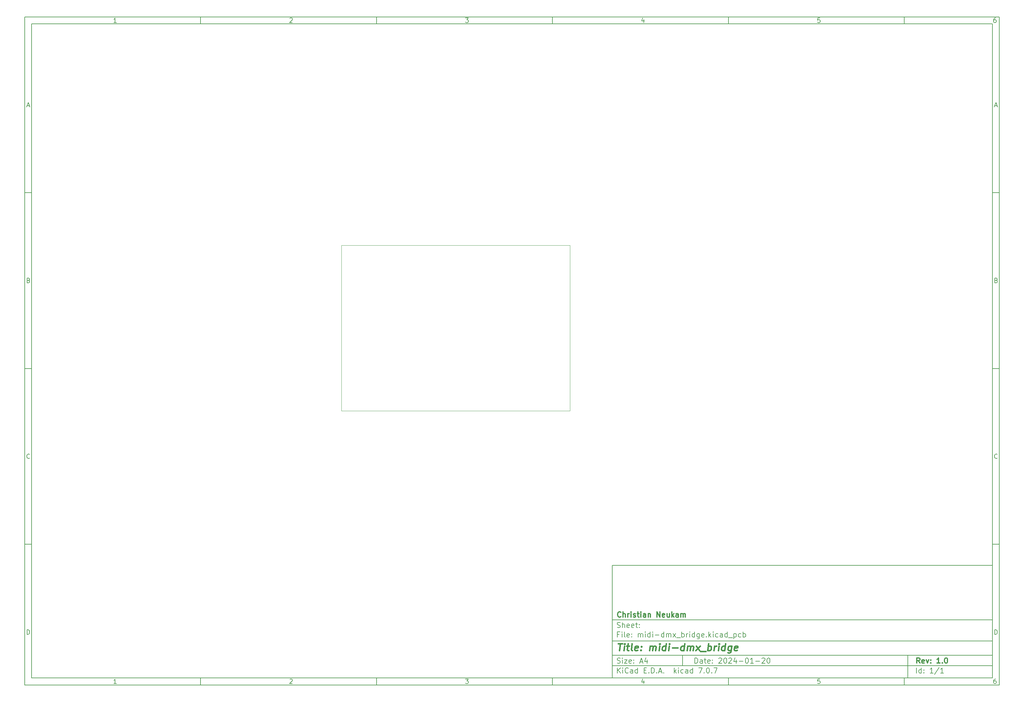
<source format=gbr>
%TF.GenerationSoftware,KiCad,Pcbnew,7.0.7*%
%TF.CreationDate,2024-01-28T22:30:17+01:00*%
%TF.ProjectId,midi-dmx_bridge,6d696469-2d64-46d7-985f-627269646765,1.0*%
%TF.SameCoordinates,PX5f5e100PY7459280*%
%TF.FileFunction,Profile,NP*%
%FSLAX46Y46*%
G04 Gerber Fmt 4.6, Leading zero omitted, Abs format (unit mm)*
G04 Created by KiCad (PCBNEW 7.0.7) date 2024-01-28 22:30:17*
%MOMM*%
%LPD*%
G01*
G04 APERTURE LIST*
%ADD10C,0.100000*%
%ADD11C,0.150000*%
%ADD12C,0.300000*%
%ADD13C,0.400000*%
%TA.AperFunction,Profile*%
%ADD14C,0.100000*%
%TD*%
G04 APERTURE END LIST*
D10*
D11*
X77002200Y-44007200D02*
X185002200Y-44007200D01*
X185002200Y-76007200D01*
X77002200Y-76007200D01*
X77002200Y-44007200D01*
D10*
D11*
X-90000000Y112000000D02*
X187002200Y112000000D01*
X187002200Y-78007200D01*
X-90000000Y-78007200D01*
X-90000000Y112000000D01*
D10*
D11*
X-88000000Y110000000D02*
X185002200Y110000000D01*
X185002200Y-76007200D01*
X-88000000Y-76007200D01*
X-88000000Y110000000D01*
D10*
D11*
X-40000000Y110000000D02*
X-40000000Y112000000D01*
D10*
D11*
X10000000Y110000000D02*
X10000000Y112000000D01*
D10*
D11*
X60000000Y110000000D02*
X60000000Y112000000D01*
D10*
D11*
X110000000Y110000000D02*
X110000000Y112000000D01*
D10*
D11*
X160000000Y110000000D02*
X160000000Y112000000D01*
D10*
D11*
X-63910840Y110406396D02*
X-64653697Y110406396D01*
X-64282269Y110406396D02*
X-64282269Y111706396D01*
X-64282269Y111706396D02*
X-64406078Y111520681D01*
X-64406078Y111520681D02*
X-64529888Y111396872D01*
X-64529888Y111396872D02*
X-64653697Y111334967D01*
D10*
D11*
X-14653697Y111582586D02*
X-14591793Y111644491D01*
X-14591793Y111644491D02*
X-14467983Y111706396D01*
X-14467983Y111706396D02*
X-14158459Y111706396D01*
X-14158459Y111706396D02*
X-14034650Y111644491D01*
X-14034650Y111644491D02*
X-13972745Y111582586D01*
X-13972745Y111582586D02*
X-13910840Y111458777D01*
X-13910840Y111458777D02*
X-13910840Y111334967D01*
X-13910840Y111334967D02*
X-13972745Y111149253D01*
X-13972745Y111149253D02*
X-14715602Y110406396D01*
X-14715602Y110406396D02*
X-13910840Y110406396D01*
D10*
D11*
X35284398Y111706396D02*
X36089160Y111706396D01*
X36089160Y111706396D02*
X35655826Y111211158D01*
X35655826Y111211158D02*
X35841541Y111211158D01*
X35841541Y111211158D02*
X35965350Y111149253D01*
X35965350Y111149253D02*
X36027255Y111087348D01*
X36027255Y111087348D02*
X36089160Y110963539D01*
X36089160Y110963539D02*
X36089160Y110654015D01*
X36089160Y110654015D02*
X36027255Y110530205D01*
X36027255Y110530205D02*
X35965350Y110468300D01*
X35965350Y110468300D02*
X35841541Y110406396D01*
X35841541Y110406396D02*
X35470112Y110406396D01*
X35470112Y110406396D02*
X35346303Y110468300D01*
X35346303Y110468300D02*
X35284398Y110530205D01*
D10*
D11*
X85965350Y111273062D02*
X85965350Y110406396D01*
X85655826Y111768300D02*
X85346303Y110839729D01*
X85346303Y110839729D02*
X86151064Y110839729D01*
D10*
D11*
X136027255Y111706396D02*
X135408207Y111706396D01*
X135408207Y111706396D02*
X135346303Y111087348D01*
X135346303Y111087348D02*
X135408207Y111149253D01*
X135408207Y111149253D02*
X135532017Y111211158D01*
X135532017Y111211158D02*
X135841541Y111211158D01*
X135841541Y111211158D02*
X135965350Y111149253D01*
X135965350Y111149253D02*
X136027255Y111087348D01*
X136027255Y111087348D02*
X136089160Y110963539D01*
X136089160Y110963539D02*
X136089160Y110654015D01*
X136089160Y110654015D02*
X136027255Y110530205D01*
X136027255Y110530205D02*
X135965350Y110468300D01*
X135965350Y110468300D02*
X135841541Y110406396D01*
X135841541Y110406396D02*
X135532017Y110406396D01*
X135532017Y110406396D02*
X135408207Y110468300D01*
X135408207Y110468300D02*
X135346303Y110530205D01*
D10*
D11*
X185965350Y111706396D02*
X185717731Y111706396D01*
X185717731Y111706396D02*
X185593922Y111644491D01*
X185593922Y111644491D02*
X185532017Y111582586D01*
X185532017Y111582586D02*
X185408207Y111396872D01*
X185408207Y111396872D02*
X185346303Y111149253D01*
X185346303Y111149253D02*
X185346303Y110654015D01*
X185346303Y110654015D02*
X185408207Y110530205D01*
X185408207Y110530205D02*
X185470112Y110468300D01*
X185470112Y110468300D02*
X185593922Y110406396D01*
X185593922Y110406396D02*
X185841541Y110406396D01*
X185841541Y110406396D02*
X185965350Y110468300D01*
X185965350Y110468300D02*
X186027255Y110530205D01*
X186027255Y110530205D02*
X186089160Y110654015D01*
X186089160Y110654015D02*
X186089160Y110963539D01*
X186089160Y110963539D02*
X186027255Y111087348D01*
X186027255Y111087348D02*
X185965350Y111149253D01*
X185965350Y111149253D02*
X185841541Y111211158D01*
X185841541Y111211158D02*
X185593922Y111211158D01*
X185593922Y111211158D02*
X185470112Y111149253D01*
X185470112Y111149253D02*
X185408207Y111087348D01*
X185408207Y111087348D02*
X185346303Y110963539D01*
D10*
D11*
X-40000000Y-76007200D02*
X-40000000Y-78007200D01*
D10*
D11*
X10000000Y-76007200D02*
X10000000Y-78007200D01*
D10*
D11*
X60000000Y-76007200D02*
X60000000Y-78007200D01*
D10*
D11*
X110000000Y-76007200D02*
X110000000Y-78007200D01*
D10*
D11*
X160000000Y-76007200D02*
X160000000Y-78007200D01*
D10*
D11*
X-63910840Y-77600804D02*
X-64653697Y-77600804D01*
X-64282269Y-77600804D02*
X-64282269Y-76300804D01*
X-64282269Y-76300804D02*
X-64406078Y-76486519D01*
X-64406078Y-76486519D02*
X-64529888Y-76610328D01*
X-64529888Y-76610328D02*
X-64653697Y-76672233D01*
D10*
D11*
X-14653697Y-76424614D02*
X-14591793Y-76362709D01*
X-14591793Y-76362709D02*
X-14467983Y-76300804D01*
X-14467983Y-76300804D02*
X-14158459Y-76300804D01*
X-14158459Y-76300804D02*
X-14034650Y-76362709D01*
X-14034650Y-76362709D02*
X-13972745Y-76424614D01*
X-13972745Y-76424614D02*
X-13910840Y-76548423D01*
X-13910840Y-76548423D02*
X-13910840Y-76672233D01*
X-13910840Y-76672233D02*
X-13972745Y-76857947D01*
X-13972745Y-76857947D02*
X-14715602Y-77600804D01*
X-14715602Y-77600804D02*
X-13910840Y-77600804D01*
D10*
D11*
X35284398Y-76300804D02*
X36089160Y-76300804D01*
X36089160Y-76300804D02*
X35655826Y-76796042D01*
X35655826Y-76796042D02*
X35841541Y-76796042D01*
X35841541Y-76796042D02*
X35965350Y-76857947D01*
X35965350Y-76857947D02*
X36027255Y-76919852D01*
X36027255Y-76919852D02*
X36089160Y-77043661D01*
X36089160Y-77043661D02*
X36089160Y-77353185D01*
X36089160Y-77353185D02*
X36027255Y-77476995D01*
X36027255Y-77476995D02*
X35965350Y-77538900D01*
X35965350Y-77538900D02*
X35841541Y-77600804D01*
X35841541Y-77600804D02*
X35470112Y-77600804D01*
X35470112Y-77600804D02*
X35346303Y-77538900D01*
X35346303Y-77538900D02*
X35284398Y-77476995D01*
D10*
D11*
X85965350Y-76734138D02*
X85965350Y-77600804D01*
X85655826Y-76238900D02*
X85346303Y-77167471D01*
X85346303Y-77167471D02*
X86151064Y-77167471D01*
D10*
D11*
X136027255Y-76300804D02*
X135408207Y-76300804D01*
X135408207Y-76300804D02*
X135346303Y-76919852D01*
X135346303Y-76919852D02*
X135408207Y-76857947D01*
X135408207Y-76857947D02*
X135532017Y-76796042D01*
X135532017Y-76796042D02*
X135841541Y-76796042D01*
X135841541Y-76796042D02*
X135965350Y-76857947D01*
X135965350Y-76857947D02*
X136027255Y-76919852D01*
X136027255Y-76919852D02*
X136089160Y-77043661D01*
X136089160Y-77043661D02*
X136089160Y-77353185D01*
X136089160Y-77353185D02*
X136027255Y-77476995D01*
X136027255Y-77476995D02*
X135965350Y-77538900D01*
X135965350Y-77538900D02*
X135841541Y-77600804D01*
X135841541Y-77600804D02*
X135532017Y-77600804D01*
X135532017Y-77600804D02*
X135408207Y-77538900D01*
X135408207Y-77538900D02*
X135346303Y-77476995D01*
D10*
D11*
X185965350Y-76300804D02*
X185717731Y-76300804D01*
X185717731Y-76300804D02*
X185593922Y-76362709D01*
X185593922Y-76362709D02*
X185532017Y-76424614D01*
X185532017Y-76424614D02*
X185408207Y-76610328D01*
X185408207Y-76610328D02*
X185346303Y-76857947D01*
X185346303Y-76857947D02*
X185346303Y-77353185D01*
X185346303Y-77353185D02*
X185408207Y-77476995D01*
X185408207Y-77476995D02*
X185470112Y-77538900D01*
X185470112Y-77538900D02*
X185593922Y-77600804D01*
X185593922Y-77600804D02*
X185841541Y-77600804D01*
X185841541Y-77600804D02*
X185965350Y-77538900D01*
X185965350Y-77538900D02*
X186027255Y-77476995D01*
X186027255Y-77476995D02*
X186089160Y-77353185D01*
X186089160Y-77353185D02*
X186089160Y-77043661D01*
X186089160Y-77043661D02*
X186027255Y-76919852D01*
X186027255Y-76919852D02*
X185965350Y-76857947D01*
X185965350Y-76857947D02*
X185841541Y-76796042D01*
X185841541Y-76796042D02*
X185593922Y-76796042D01*
X185593922Y-76796042D02*
X185470112Y-76857947D01*
X185470112Y-76857947D02*
X185408207Y-76919852D01*
X185408207Y-76919852D02*
X185346303Y-77043661D01*
D10*
D11*
X-90000000Y62000000D02*
X-88000000Y62000000D01*
D10*
D11*
X-90000000Y12000000D02*
X-88000000Y12000000D01*
D10*
D11*
X-90000000Y-38000000D02*
X-88000000Y-38000000D01*
D10*
D11*
X-89309524Y86777824D02*
X-88690477Y86777824D01*
X-89433334Y86406396D02*
X-89000001Y87706396D01*
X-89000001Y87706396D02*
X-88566667Y86406396D01*
D10*
D11*
X-88907143Y37087348D02*
X-88721429Y37025443D01*
X-88721429Y37025443D02*
X-88659524Y36963539D01*
X-88659524Y36963539D02*
X-88597620Y36839729D01*
X-88597620Y36839729D02*
X-88597620Y36654015D01*
X-88597620Y36654015D02*
X-88659524Y36530205D01*
X-88659524Y36530205D02*
X-88721429Y36468300D01*
X-88721429Y36468300D02*
X-88845239Y36406396D01*
X-88845239Y36406396D02*
X-89340477Y36406396D01*
X-89340477Y36406396D02*
X-89340477Y37706396D01*
X-89340477Y37706396D02*
X-88907143Y37706396D01*
X-88907143Y37706396D02*
X-88783334Y37644491D01*
X-88783334Y37644491D02*
X-88721429Y37582586D01*
X-88721429Y37582586D02*
X-88659524Y37458777D01*
X-88659524Y37458777D02*
X-88659524Y37334967D01*
X-88659524Y37334967D02*
X-88721429Y37211158D01*
X-88721429Y37211158D02*
X-88783334Y37149253D01*
X-88783334Y37149253D02*
X-88907143Y37087348D01*
X-88907143Y37087348D02*
X-89340477Y37087348D01*
D10*
D11*
X-88597620Y-13469795D02*
X-88659524Y-13531700D01*
X-88659524Y-13531700D02*
X-88845239Y-13593604D01*
X-88845239Y-13593604D02*
X-88969048Y-13593604D01*
X-88969048Y-13593604D02*
X-89154762Y-13531700D01*
X-89154762Y-13531700D02*
X-89278572Y-13407890D01*
X-89278572Y-13407890D02*
X-89340477Y-13284080D01*
X-89340477Y-13284080D02*
X-89402381Y-13036461D01*
X-89402381Y-13036461D02*
X-89402381Y-12850747D01*
X-89402381Y-12850747D02*
X-89340477Y-12603128D01*
X-89340477Y-12603128D02*
X-89278572Y-12479319D01*
X-89278572Y-12479319D02*
X-89154762Y-12355509D01*
X-89154762Y-12355509D02*
X-88969048Y-12293604D01*
X-88969048Y-12293604D02*
X-88845239Y-12293604D01*
X-88845239Y-12293604D02*
X-88659524Y-12355509D01*
X-88659524Y-12355509D02*
X-88597620Y-12417414D01*
D10*
D11*
X-89340477Y-63593604D02*
X-89340477Y-62293604D01*
X-89340477Y-62293604D02*
X-89030953Y-62293604D01*
X-89030953Y-62293604D02*
X-88845239Y-62355509D01*
X-88845239Y-62355509D02*
X-88721429Y-62479319D01*
X-88721429Y-62479319D02*
X-88659524Y-62603128D01*
X-88659524Y-62603128D02*
X-88597620Y-62850747D01*
X-88597620Y-62850747D02*
X-88597620Y-63036461D01*
X-88597620Y-63036461D02*
X-88659524Y-63284080D01*
X-88659524Y-63284080D02*
X-88721429Y-63407890D01*
X-88721429Y-63407890D02*
X-88845239Y-63531700D01*
X-88845239Y-63531700D02*
X-89030953Y-63593604D01*
X-89030953Y-63593604D02*
X-89340477Y-63593604D01*
D10*
D11*
X187002200Y62000000D02*
X185002200Y62000000D01*
D10*
D11*
X187002200Y12000000D02*
X185002200Y12000000D01*
D10*
D11*
X187002200Y-38000000D02*
X185002200Y-38000000D01*
D10*
D11*
X185692676Y86777824D02*
X186311723Y86777824D01*
X185568866Y86406396D02*
X186002199Y87706396D01*
X186002199Y87706396D02*
X186435533Y86406396D01*
D10*
D11*
X186095057Y37087348D02*
X186280771Y37025443D01*
X186280771Y37025443D02*
X186342676Y36963539D01*
X186342676Y36963539D02*
X186404580Y36839729D01*
X186404580Y36839729D02*
X186404580Y36654015D01*
X186404580Y36654015D02*
X186342676Y36530205D01*
X186342676Y36530205D02*
X186280771Y36468300D01*
X186280771Y36468300D02*
X186156961Y36406396D01*
X186156961Y36406396D02*
X185661723Y36406396D01*
X185661723Y36406396D02*
X185661723Y37706396D01*
X185661723Y37706396D02*
X186095057Y37706396D01*
X186095057Y37706396D02*
X186218866Y37644491D01*
X186218866Y37644491D02*
X186280771Y37582586D01*
X186280771Y37582586D02*
X186342676Y37458777D01*
X186342676Y37458777D02*
X186342676Y37334967D01*
X186342676Y37334967D02*
X186280771Y37211158D01*
X186280771Y37211158D02*
X186218866Y37149253D01*
X186218866Y37149253D02*
X186095057Y37087348D01*
X186095057Y37087348D02*
X185661723Y37087348D01*
D10*
D11*
X186404580Y-13469795D02*
X186342676Y-13531700D01*
X186342676Y-13531700D02*
X186156961Y-13593604D01*
X186156961Y-13593604D02*
X186033152Y-13593604D01*
X186033152Y-13593604D02*
X185847438Y-13531700D01*
X185847438Y-13531700D02*
X185723628Y-13407890D01*
X185723628Y-13407890D02*
X185661723Y-13284080D01*
X185661723Y-13284080D02*
X185599819Y-13036461D01*
X185599819Y-13036461D02*
X185599819Y-12850747D01*
X185599819Y-12850747D02*
X185661723Y-12603128D01*
X185661723Y-12603128D02*
X185723628Y-12479319D01*
X185723628Y-12479319D02*
X185847438Y-12355509D01*
X185847438Y-12355509D02*
X186033152Y-12293604D01*
X186033152Y-12293604D02*
X186156961Y-12293604D01*
X186156961Y-12293604D02*
X186342676Y-12355509D01*
X186342676Y-12355509D02*
X186404580Y-12417414D01*
D10*
D11*
X185661723Y-63593604D02*
X185661723Y-62293604D01*
X185661723Y-62293604D02*
X185971247Y-62293604D01*
X185971247Y-62293604D02*
X186156961Y-62355509D01*
X186156961Y-62355509D02*
X186280771Y-62479319D01*
X186280771Y-62479319D02*
X186342676Y-62603128D01*
X186342676Y-62603128D02*
X186404580Y-62850747D01*
X186404580Y-62850747D02*
X186404580Y-63036461D01*
X186404580Y-63036461D02*
X186342676Y-63284080D01*
X186342676Y-63284080D02*
X186280771Y-63407890D01*
X186280771Y-63407890D02*
X186156961Y-63531700D01*
X186156961Y-63531700D02*
X185971247Y-63593604D01*
X185971247Y-63593604D02*
X185661723Y-63593604D01*
D10*
D11*
X100458026Y-71793328D02*
X100458026Y-70293328D01*
X100458026Y-70293328D02*
X100815169Y-70293328D01*
X100815169Y-70293328D02*
X101029455Y-70364757D01*
X101029455Y-70364757D02*
X101172312Y-70507614D01*
X101172312Y-70507614D02*
X101243741Y-70650471D01*
X101243741Y-70650471D02*
X101315169Y-70936185D01*
X101315169Y-70936185D02*
X101315169Y-71150471D01*
X101315169Y-71150471D02*
X101243741Y-71436185D01*
X101243741Y-71436185D02*
X101172312Y-71579042D01*
X101172312Y-71579042D02*
X101029455Y-71721900D01*
X101029455Y-71721900D02*
X100815169Y-71793328D01*
X100815169Y-71793328D02*
X100458026Y-71793328D01*
X102600884Y-71793328D02*
X102600884Y-71007614D01*
X102600884Y-71007614D02*
X102529455Y-70864757D01*
X102529455Y-70864757D02*
X102386598Y-70793328D01*
X102386598Y-70793328D02*
X102100884Y-70793328D01*
X102100884Y-70793328D02*
X101958026Y-70864757D01*
X102600884Y-71721900D02*
X102458026Y-71793328D01*
X102458026Y-71793328D02*
X102100884Y-71793328D01*
X102100884Y-71793328D02*
X101958026Y-71721900D01*
X101958026Y-71721900D02*
X101886598Y-71579042D01*
X101886598Y-71579042D02*
X101886598Y-71436185D01*
X101886598Y-71436185D02*
X101958026Y-71293328D01*
X101958026Y-71293328D02*
X102100884Y-71221900D01*
X102100884Y-71221900D02*
X102458026Y-71221900D01*
X102458026Y-71221900D02*
X102600884Y-71150471D01*
X103100884Y-70793328D02*
X103672312Y-70793328D01*
X103315169Y-70293328D02*
X103315169Y-71579042D01*
X103315169Y-71579042D02*
X103386598Y-71721900D01*
X103386598Y-71721900D02*
X103529455Y-71793328D01*
X103529455Y-71793328D02*
X103672312Y-71793328D01*
X104743741Y-71721900D02*
X104600884Y-71793328D01*
X104600884Y-71793328D02*
X104315170Y-71793328D01*
X104315170Y-71793328D02*
X104172312Y-71721900D01*
X104172312Y-71721900D02*
X104100884Y-71579042D01*
X104100884Y-71579042D02*
X104100884Y-71007614D01*
X104100884Y-71007614D02*
X104172312Y-70864757D01*
X104172312Y-70864757D02*
X104315170Y-70793328D01*
X104315170Y-70793328D02*
X104600884Y-70793328D01*
X104600884Y-70793328D02*
X104743741Y-70864757D01*
X104743741Y-70864757D02*
X104815170Y-71007614D01*
X104815170Y-71007614D02*
X104815170Y-71150471D01*
X104815170Y-71150471D02*
X104100884Y-71293328D01*
X105458026Y-71650471D02*
X105529455Y-71721900D01*
X105529455Y-71721900D02*
X105458026Y-71793328D01*
X105458026Y-71793328D02*
X105386598Y-71721900D01*
X105386598Y-71721900D02*
X105458026Y-71650471D01*
X105458026Y-71650471D02*
X105458026Y-71793328D01*
X105458026Y-70864757D02*
X105529455Y-70936185D01*
X105529455Y-70936185D02*
X105458026Y-71007614D01*
X105458026Y-71007614D02*
X105386598Y-70936185D01*
X105386598Y-70936185D02*
X105458026Y-70864757D01*
X105458026Y-70864757D02*
X105458026Y-71007614D01*
X107243741Y-70436185D02*
X107315169Y-70364757D01*
X107315169Y-70364757D02*
X107458027Y-70293328D01*
X107458027Y-70293328D02*
X107815169Y-70293328D01*
X107815169Y-70293328D02*
X107958027Y-70364757D01*
X107958027Y-70364757D02*
X108029455Y-70436185D01*
X108029455Y-70436185D02*
X108100884Y-70579042D01*
X108100884Y-70579042D02*
X108100884Y-70721900D01*
X108100884Y-70721900D02*
X108029455Y-70936185D01*
X108029455Y-70936185D02*
X107172312Y-71793328D01*
X107172312Y-71793328D02*
X108100884Y-71793328D01*
X109029455Y-70293328D02*
X109172312Y-70293328D01*
X109172312Y-70293328D02*
X109315169Y-70364757D01*
X109315169Y-70364757D02*
X109386598Y-70436185D01*
X109386598Y-70436185D02*
X109458026Y-70579042D01*
X109458026Y-70579042D02*
X109529455Y-70864757D01*
X109529455Y-70864757D02*
X109529455Y-71221900D01*
X109529455Y-71221900D02*
X109458026Y-71507614D01*
X109458026Y-71507614D02*
X109386598Y-71650471D01*
X109386598Y-71650471D02*
X109315169Y-71721900D01*
X109315169Y-71721900D02*
X109172312Y-71793328D01*
X109172312Y-71793328D02*
X109029455Y-71793328D01*
X109029455Y-71793328D02*
X108886598Y-71721900D01*
X108886598Y-71721900D02*
X108815169Y-71650471D01*
X108815169Y-71650471D02*
X108743740Y-71507614D01*
X108743740Y-71507614D02*
X108672312Y-71221900D01*
X108672312Y-71221900D02*
X108672312Y-70864757D01*
X108672312Y-70864757D02*
X108743740Y-70579042D01*
X108743740Y-70579042D02*
X108815169Y-70436185D01*
X108815169Y-70436185D02*
X108886598Y-70364757D01*
X108886598Y-70364757D02*
X109029455Y-70293328D01*
X110100883Y-70436185D02*
X110172311Y-70364757D01*
X110172311Y-70364757D02*
X110315169Y-70293328D01*
X110315169Y-70293328D02*
X110672311Y-70293328D01*
X110672311Y-70293328D02*
X110815169Y-70364757D01*
X110815169Y-70364757D02*
X110886597Y-70436185D01*
X110886597Y-70436185D02*
X110958026Y-70579042D01*
X110958026Y-70579042D02*
X110958026Y-70721900D01*
X110958026Y-70721900D02*
X110886597Y-70936185D01*
X110886597Y-70936185D02*
X110029454Y-71793328D01*
X110029454Y-71793328D02*
X110958026Y-71793328D01*
X112243740Y-70793328D02*
X112243740Y-71793328D01*
X111886597Y-70221900D02*
X111529454Y-71293328D01*
X111529454Y-71293328D02*
X112458025Y-71293328D01*
X113029453Y-71221900D02*
X114172311Y-71221900D01*
X115172311Y-70293328D02*
X115315168Y-70293328D01*
X115315168Y-70293328D02*
X115458025Y-70364757D01*
X115458025Y-70364757D02*
X115529454Y-70436185D01*
X115529454Y-70436185D02*
X115600882Y-70579042D01*
X115600882Y-70579042D02*
X115672311Y-70864757D01*
X115672311Y-70864757D02*
X115672311Y-71221900D01*
X115672311Y-71221900D02*
X115600882Y-71507614D01*
X115600882Y-71507614D02*
X115529454Y-71650471D01*
X115529454Y-71650471D02*
X115458025Y-71721900D01*
X115458025Y-71721900D02*
X115315168Y-71793328D01*
X115315168Y-71793328D02*
X115172311Y-71793328D01*
X115172311Y-71793328D02*
X115029454Y-71721900D01*
X115029454Y-71721900D02*
X114958025Y-71650471D01*
X114958025Y-71650471D02*
X114886596Y-71507614D01*
X114886596Y-71507614D02*
X114815168Y-71221900D01*
X114815168Y-71221900D02*
X114815168Y-70864757D01*
X114815168Y-70864757D02*
X114886596Y-70579042D01*
X114886596Y-70579042D02*
X114958025Y-70436185D01*
X114958025Y-70436185D02*
X115029454Y-70364757D01*
X115029454Y-70364757D02*
X115172311Y-70293328D01*
X117100882Y-71793328D02*
X116243739Y-71793328D01*
X116672310Y-71793328D02*
X116672310Y-70293328D01*
X116672310Y-70293328D02*
X116529453Y-70507614D01*
X116529453Y-70507614D02*
X116386596Y-70650471D01*
X116386596Y-70650471D02*
X116243739Y-70721900D01*
X117743738Y-71221900D02*
X118886596Y-71221900D01*
X119529453Y-70436185D02*
X119600881Y-70364757D01*
X119600881Y-70364757D02*
X119743739Y-70293328D01*
X119743739Y-70293328D02*
X120100881Y-70293328D01*
X120100881Y-70293328D02*
X120243739Y-70364757D01*
X120243739Y-70364757D02*
X120315167Y-70436185D01*
X120315167Y-70436185D02*
X120386596Y-70579042D01*
X120386596Y-70579042D02*
X120386596Y-70721900D01*
X120386596Y-70721900D02*
X120315167Y-70936185D01*
X120315167Y-70936185D02*
X119458024Y-71793328D01*
X119458024Y-71793328D02*
X120386596Y-71793328D01*
X121315167Y-70293328D02*
X121458024Y-70293328D01*
X121458024Y-70293328D02*
X121600881Y-70364757D01*
X121600881Y-70364757D02*
X121672310Y-70436185D01*
X121672310Y-70436185D02*
X121743738Y-70579042D01*
X121743738Y-70579042D02*
X121815167Y-70864757D01*
X121815167Y-70864757D02*
X121815167Y-71221900D01*
X121815167Y-71221900D02*
X121743738Y-71507614D01*
X121743738Y-71507614D02*
X121672310Y-71650471D01*
X121672310Y-71650471D02*
X121600881Y-71721900D01*
X121600881Y-71721900D02*
X121458024Y-71793328D01*
X121458024Y-71793328D02*
X121315167Y-71793328D01*
X121315167Y-71793328D02*
X121172310Y-71721900D01*
X121172310Y-71721900D02*
X121100881Y-71650471D01*
X121100881Y-71650471D02*
X121029452Y-71507614D01*
X121029452Y-71507614D02*
X120958024Y-71221900D01*
X120958024Y-71221900D02*
X120958024Y-70864757D01*
X120958024Y-70864757D02*
X121029452Y-70579042D01*
X121029452Y-70579042D02*
X121100881Y-70436185D01*
X121100881Y-70436185D02*
X121172310Y-70364757D01*
X121172310Y-70364757D02*
X121315167Y-70293328D01*
D10*
D11*
X77002200Y-72507200D02*
X185002200Y-72507200D01*
D10*
D11*
X78458026Y-74593328D02*
X78458026Y-73093328D01*
X79315169Y-74593328D02*
X78672312Y-73736185D01*
X79315169Y-73093328D02*
X78458026Y-73950471D01*
X79958026Y-74593328D02*
X79958026Y-73593328D01*
X79958026Y-73093328D02*
X79886598Y-73164757D01*
X79886598Y-73164757D02*
X79958026Y-73236185D01*
X79958026Y-73236185D02*
X80029455Y-73164757D01*
X80029455Y-73164757D02*
X79958026Y-73093328D01*
X79958026Y-73093328D02*
X79958026Y-73236185D01*
X81529455Y-74450471D02*
X81458027Y-74521900D01*
X81458027Y-74521900D02*
X81243741Y-74593328D01*
X81243741Y-74593328D02*
X81100884Y-74593328D01*
X81100884Y-74593328D02*
X80886598Y-74521900D01*
X80886598Y-74521900D02*
X80743741Y-74379042D01*
X80743741Y-74379042D02*
X80672312Y-74236185D01*
X80672312Y-74236185D02*
X80600884Y-73950471D01*
X80600884Y-73950471D02*
X80600884Y-73736185D01*
X80600884Y-73736185D02*
X80672312Y-73450471D01*
X80672312Y-73450471D02*
X80743741Y-73307614D01*
X80743741Y-73307614D02*
X80886598Y-73164757D01*
X80886598Y-73164757D02*
X81100884Y-73093328D01*
X81100884Y-73093328D02*
X81243741Y-73093328D01*
X81243741Y-73093328D02*
X81458027Y-73164757D01*
X81458027Y-73164757D02*
X81529455Y-73236185D01*
X82815170Y-74593328D02*
X82815170Y-73807614D01*
X82815170Y-73807614D02*
X82743741Y-73664757D01*
X82743741Y-73664757D02*
X82600884Y-73593328D01*
X82600884Y-73593328D02*
X82315170Y-73593328D01*
X82315170Y-73593328D02*
X82172312Y-73664757D01*
X82815170Y-74521900D02*
X82672312Y-74593328D01*
X82672312Y-74593328D02*
X82315170Y-74593328D01*
X82315170Y-74593328D02*
X82172312Y-74521900D01*
X82172312Y-74521900D02*
X82100884Y-74379042D01*
X82100884Y-74379042D02*
X82100884Y-74236185D01*
X82100884Y-74236185D02*
X82172312Y-74093328D01*
X82172312Y-74093328D02*
X82315170Y-74021900D01*
X82315170Y-74021900D02*
X82672312Y-74021900D01*
X82672312Y-74021900D02*
X82815170Y-73950471D01*
X84172313Y-74593328D02*
X84172313Y-73093328D01*
X84172313Y-74521900D02*
X84029455Y-74593328D01*
X84029455Y-74593328D02*
X83743741Y-74593328D01*
X83743741Y-74593328D02*
X83600884Y-74521900D01*
X83600884Y-74521900D02*
X83529455Y-74450471D01*
X83529455Y-74450471D02*
X83458027Y-74307614D01*
X83458027Y-74307614D02*
X83458027Y-73879042D01*
X83458027Y-73879042D02*
X83529455Y-73736185D01*
X83529455Y-73736185D02*
X83600884Y-73664757D01*
X83600884Y-73664757D02*
X83743741Y-73593328D01*
X83743741Y-73593328D02*
X84029455Y-73593328D01*
X84029455Y-73593328D02*
X84172313Y-73664757D01*
X86029455Y-73807614D02*
X86529455Y-73807614D01*
X86743741Y-74593328D02*
X86029455Y-74593328D01*
X86029455Y-74593328D02*
X86029455Y-73093328D01*
X86029455Y-73093328D02*
X86743741Y-73093328D01*
X87386598Y-74450471D02*
X87458027Y-74521900D01*
X87458027Y-74521900D02*
X87386598Y-74593328D01*
X87386598Y-74593328D02*
X87315170Y-74521900D01*
X87315170Y-74521900D02*
X87386598Y-74450471D01*
X87386598Y-74450471D02*
X87386598Y-74593328D01*
X88100884Y-74593328D02*
X88100884Y-73093328D01*
X88100884Y-73093328D02*
X88458027Y-73093328D01*
X88458027Y-73093328D02*
X88672313Y-73164757D01*
X88672313Y-73164757D02*
X88815170Y-73307614D01*
X88815170Y-73307614D02*
X88886599Y-73450471D01*
X88886599Y-73450471D02*
X88958027Y-73736185D01*
X88958027Y-73736185D02*
X88958027Y-73950471D01*
X88958027Y-73950471D02*
X88886599Y-74236185D01*
X88886599Y-74236185D02*
X88815170Y-74379042D01*
X88815170Y-74379042D02*
X88672313Y-74521900D01*
X88672313Y-74521900D02*
X88458027Y-74593328D01*
X88458027Y-74593328D02*
X88100884Y-74593328D01*
X89600884Y-74450471D02*
X89672313Y-74521900D01*
X89672313Y-74521900D02*
X89600884Y-74593328D01*
X89600884Y-74593328D02*
X89529456Y-74521900D01*
X89529456Y-74521900D02*
X89600884Y-74450471D01*
X89600884Y-74450471D02*
X89600884Y-74593328D01*
X90243742Y-74164757D02*
X90958028Y-74164757D01*
X90100885Y-74593328D02*
X90600885Y-73093328D01*
X90600885Y-73093328D02*
X91100885Y-74593328D01*
X91600884Y-74450471D02*
X91672313Y-74521900D01*
X91672313Y-74521900D02*
X91600884Y-74593328D01*
X91600884Y-74593328D02*
X91529456Y-74521900D01*
X91529456Y-74521900D02*
X91600884Y-74450471D01*
X91600884Y-74450471D02*
X91600884Y-74593328D01*
X94600884Y-74593328D02*
X94600884Y-73093328D01*
X94743742Y-74021900D02*
X95172313Y-74593328D01*
X95172313Y-73593328D02*
X94600884Y-74164757D01*
X95815170Y-74593328D02*
X95815170Y-73593328D01*
X95815170Y-73093328D02*
X95743742Y-73164757D01*
X95743742Y-73164757D02*
X95815170Y-73236185D01*
X95815170Y-73236185D02*
X95886599Y-73164757D01*
X95886599Y-73164757D02*
X95815170Y-73093328D01*
X95815170Y-73093328D02*
X95815170Y-73236185D01*
X97172314Y-74521900D02*
X97029456Y-74593328D01*
X97029456Y-74593328D02*
X96743742Y-74593328D01*
X96743742Y-74593328D02*
X96600885Y-74521900D01*
X96600885Y-74521900D02*
X96529456Y-74450471D01*
X96529456Y-74450471D02*
X96458028Y-74307614D01*
X96458028Y-74307614D02*
X96458028Y-73879042D01*
X96458028Y-73879042D02*
X96529456Y-73736185D01*
X96529456Y-73736185D02*
X96600885Y-73664757D01*
X96600885Y-73664757D02*
X96743742Y-73593328D01*
X96743742Y-73593328D02*
X97029456Y-73593328D01*
X97029456Y-73593328D02*
X97172314Y-73664757D01*
X98458028Y-74593328D02*
X98458028Y-73807614D01*
X98458028Y-73807614D02*
X98386599Y-73664757D01*
X98386599Y-73664757D02*
X98243742Y-73593328D01*
X98243742Y-73593328D02*
X97958028Y-73593328D01*
X97958028Y-73593328D02*
X97815170Y-73664757D01*
X98458028Y-74521900D02*
X98315170Y-74593328D01*
X98315170Y-74593328D02*
X97958028Y-74593328D01*
X97958028Y-74593328D02*
X97815170Y-74521900D01*
X97815170Y-74521900D02*
X97743742Y-74379042D01*
X97743742Y-74379042D02*
X97743742Y-74236185D01*
X97743742Y-74236185D02*
X97815170Y-74093328D01*
X97815170Y-74093328D02*
X97958028Y-74021900D01*
X97958028Y-74021900D02*
X98315170Y-74021900D01*
X98315170Y-74021900D02*
X98458028Y-73950471D01*
X99815171Y-74593328D02*
X99815171Y-73093328D01*
X99815171Y-74521900D02*
X99672313Y-74593328D01*
X99672313Y-74593328D02*
X99386599Y-74593328D01*
X99386599Y-74593328D02*
X99243742Y-74521900D01*
X99243742Y-74521900D02*
X99172313Y-74450471D01*
X99172313Y-74450471D02*
X99100885Y-74307614D01*
X99100885Y-74307614D02*
X99100885Y-73879042D01*
X99100885Y-73879042D02*
X99172313Y-73736185D01*
X99172313Y-73736185D02*
X99243742Y-73664757D01*
X99243742Y-73664757D02*
X99386599Y-73593328D01*
X99386599Y-73593328D02*
X99672313Y-73593328D01*
X99672313Y-73593328D02*
X99815171Y-73664757D01*
X101529456Y-73093328D02*
X102529456Y-73093328D01*
X102529456Y-73093328D02*
X101886599Y-74593328D01*
X103100884Y-74450471D02*
X103172313Y-74521900D01*
X103172313Y-74521900D02*
X103100884Y-74593328D01*
X103100884Y-74593328D02*
X103029456Y-74521900D01*
X103029456Y-74521900D02*
X103100884Y-74450471D01*
X103100884Y-74450471D02*
X103100884Y-74593328D01*
X104100885Y-73093328D02*
X104243742Y-73093328D01*
X104243742Y-73093328D02*
X104386599Y-73164757D01*
X104386599Y-73164757D02*
X104458028Y-73236185D01*
X104458028Y-73236185D02*
X104529456Y-73379042D01*
X104529456Y-73379042D02*
X104600885Y-73664757D01*
X104600885Y-73664757D02*
X104600885Y-74021900D01*
X104600885Y-74021900D02*
X104529456Y-74307614D01*
X104529456Y-74307614D02*
X104458028Y-74450471D01*
X104458028Y-74450471D02*
X104386599Y-74521900D01*
X104386599Y-74521900D02*
X104243742Y-74593328D01*
X104243742Y-74593328D02*
X104100885Y-74593328D01*
X104100885Y-74593328D02*
X103958028Y-74521900D01*
X103958028Y-74521900D02*
X103886599Y-74450471D01*
X103886599Y-74450471D02*
X103815170Y-74307614D01*
X103815170Y-74307614D02*
X103743742Y-74021900D01*
X103743742Y-74021900D02*
X103743742Y-73664757D01*
X103743742Y-73664757D02*
X103815170Y-73379042D01*
X103815170Y-73379042D02*
X103886599Y-73236185D01*
X103886599Y-73236185D02*
X103958028Y-73164757D01*
X103958028Y-73164757D02*
X104100885Y-73093328D01*
X105243741Y-74450471D02*
X105315170Y-74521900D01*
X105315170Y-74521900D02*
X105243741Y-74593328D01*
X105243741Y-74593328D02*
X105172313Y-74521900D01*
X105172313Y-74521900D02*
X105243741Y-74450471D01*
X105243741Y-74450471D02*
X105243741Y-74593328D01*
X105815170Y-73093328D02*
X106815170Y-73093328D01*
X106815170Y-73093328D02*
X106172313Y-74593328D01*
D10*
D11*
X77002200Y-69507200D02*
X185002200Y-69507200D01*
D10*
D12*
X164413853Y-71785528D02*
X163913853Y-71071242D01*
X163556710Y-71785528D02*
X163556710Y-70285528D01*
X163556710Y-70285528D02*
X164128139Y-70285528D01*
X164128139Y-70285528D02*
X164270996Y-70356957D01*
X164270996Y-70356957D02*
X164342425Y-70428385D01*
X164342425Y-70428385D02*
X164413853Y-70571242D01*
X164413853Y-70571242D02*
X164413853Y-70785528D01*
X164413853Y-70785528D02*
X164342425Y-70928385D01*
X164342425Y-70928385D02*
X164270996Y-70999814D01*
X164270996Y-70999814D02*
X164128139Y-71071242D01*
X164128139Y-71071242D02*
X163556710Y-71071242D01*
X165628139Y-71714100D02*
X165485282Y-71785528D01*
X165485282Y-71785528D02*
X165199568Y-71785528D01*
X165199568Y-71785528D02*
X165056710Y-71714100D01*
X165056710Y-71714100D02*
X164985282Y-71571242D01*
X164985282Y-71571242D02*
X164985282Y-70999814D01*
X164985282Y-70999814D02*
X165056710Y-70856957D01*
X165056710Y-70856957D02*
X165199568Y-70785528D01*
X165199568Y-70785528D02*
X165485282Y-70785528D01*
X165485282Y-70785528D02*
X165628139Y-70856957D01*
X165628139Y-70856957D02*
X165699568Y-70999814D01*
X165699568Y-70999814D02*
X165699568Y-71142671D01*
X165699568Y-71142671D02*
X164985282Y-71285528D01*
X166199567Y-70785528D02*
X166556710Y-71785528D01*
X166556710Y-71785528D02*
X166913853Y-70785528D01*
X167485281Y-71642671D02*
X167556710Y-71714100D01*
X167556710Y-71714100D02*
X167485281Y-71785528D01*
X167485281Y-71785528D02*
X167413853Y-71714100D01*
X167413853Y-71714100D02*
X167485281Y-71642671D01*
X167485281Y-71642671D02*
X167485281Y-71785528D01*
X167485281Y-70856957D02*
X167556710Y-70928385D01*
X167556710Y-70928385D02*
X167485281Y-70999814D01*
X167485281Y-70999814D02*
X167413853Y-70928385D01*
X167413853Y-70928385D02*
X167485281Y-70856957D01*
X167485281Y-70856957D02*
X167485281Y-70999814D01*
X170128139Y-71785528D02*
X169270996Y-71785528D01*
X169699567Y-71785528D02*
X169699567Y-70285528D01*
X169699567Y-70285528D02*
X169556710Y-70499814D01*
X169556710Y-70499814D02*
X169413853Y-70642671D01*
X169413853Y-70642671D02*
X169270996Y-70714100D01*
X170770995Y-71642671D02*
X170842424Y-71714100D01*
X170842424Y-71714100D02*
X170770995Y-71785528D01*
X170770995Y-71785528D02*
X170699567Y-71714100D01*
X170699567Y-71714100D02*
X170770995Y-71642671D01*
X170770995Y-71642671D02*
X170770995Y-71785528D01*
X171770996Y-70285528D02*
X171913853Y-70285528D01*
X171913853Y-70285528D02*
X172056710Y-70356957D01*
X172056710Y-70356957D02*
X172128139Y-70428385D01*
X172128139Y-70428385D02*
X172199567Y-70571242D01*
X172199567Y-70571242D02*
X172270996Y-70856957D01*
X172270996Y-70856957D02*
X172270996Y-71214100D01*
X172270996Y-71214100D02*
X172199567Y-71499814D01*
X172199567Y-71499814D02*
X172128139Y-71642671D01*
X172128139Y-71642671D02*
X172056710Y-71714100D01*
X172056710Y-71714100D02*
X171913853Y-71785528D01*
X171913853Y-71785528D02*
X171770996Y-71785528D01*
X171770996Y-71785528D02*
X171628139Y-71714100D01*
X171628139Y-71714100D02*
X171556710Y-71642671D01*
X171556710Y-71642671D02*
X171485281Y-71499814D01*
X171485281Y-71499814D02*
X171413853Y-71214100D01*
X171413853Y-71214100D02*
X171413853Y-70856957D01*
X171413853Y-70856957D02*
X171485281Y-70571242D01*
X171485281Y-70571242D02*
X171556710Y-70428385D01*
X171556710Y-70428385D02*
X171628139Y-70356957D01*
X171628139Y-70356957D02*
X171770996Y-70285528D01*
D10*
D11*
X78386598Y-71721900D02*
X78600884Y-71793328D01*
X78600884Y-71793328D02*
X78958026Y-71793328D01*
X78958026Y-71793328D02*
X79100884Y-71721900D01*
X79100884Y-71721900D02*
X79172312Y-71650471D01*
X79172312Y-71650471D02*
X79243741Y-71507614D01*
X79243741Y-71507614D02*
X79243741Y-71364757D01*
X79243741Y-71364757D02*
X79172312Y-71221900D01*
X79172312Y-71221900D02*
X79100884Y-71150471D01*
X79100884Y-71150471D02*
X78958026Y-71079042D01*
X78958026Y-71079042D02*
X78672312Y-71007614D01*
X78672312Y-71007614D02*
X78529455Y-70936185D01*
X78529455Y-70936185D02*
X78458026Y-70864757D01*
X78458026Y-70864757D02*
X78386598Y-70721900D01*
X78386598Y-70721900D02*
X78386598Y-70579042D01*
X78386598Y-70579042D02*
X78458026Y-70436185D01*
X78458026Y-70436185D02*
X78529455Y-70364757D01*
X78529455Y-70364757D02*
X78672312Y-70293328D01*
X78672312Y-70293328D02*
X79029455Y-70293328D01*
X79029455Y-70293328D02*
X79243741Y-70364757D01*
X79886597Y-71793328D02*
X79886597Y-70793328D01*
X79886597Y-70293328D02*
X79815169Y-70364757D01*
X79815169Y-70364757D02*
X79886597Y-70436185D01*
X79886597Y-70436185D02*
X79958026Y-70364757D01*
X79958026Y-70364757D02*
X79886597Y-70293328D01*
X79886597Y-70293328D02*
X79886597Y-70436185D01*
X80458026Y-70793328D02*
X81243741Y-70793328D01*
X81243741Y-70793328D02*
X80458026Y-71793328D01*
X80458026Y-71793328D02*
X81243741Y-71793328D01*
X82386598Y-71721900D02*
X82243741Y-71793328D01*
X82243741Y-71793328D02*
X81958027Y-71793328D01*
X81958027Y-71793328D02*
X81815169Y-71721900D01*
X81815169Y-71721900D02*
X81743741Y-71579042D01*
X81743741Y-71579042D02*
X81743741Y-71007614D01*
X81743741Y-71007614D02*
X81815169Y-70864757D01*
X81815169Y-70864757D02*
X81958027Y-70793328D01*
X81958027Y-70793328D02*
X82243741Y-70793328D01*
X82243741Y-70793328D02*
X82386598Y-70864757D01*
X82386598Y-70864757D02*
X82458027Y-71007614D01*
X82458027Y-71007614D02*
X82458027Y-71150471D01*
X82458027Y-71150471D02*
X81743741Y-71293328D01*
X83100883Y-71650471D02*
X83172312Y-71721900D01*
X83172312Y-71721900D02*
X83100883Y-71793328D01*
X83100883Y-71793328D02*
X83029455Y-71721900D01*
X83029455Y-71721900D02*
X83100883Y-71650471D01*
X83100883Y-71650471D02*
X83100883Y-71793328D01*
X83100883Y-70864757D02*
X83172312Y-70936185D01*
X83172312Y-70936185D02*
X83100883Y-71007614D01*
X83100883Y-71007614D02*
X83029455Y-70936185D01*
X83029455Y-70936185D02*
X83100883Y-70864757D01*
X83100883Y-70864757D02*
X83100883Y-71007614D01*
X84886598Y-71364757D02*
X85600884Y-71364757D01*
X84743741Y-71793328D02*
X85243741Y-70293328D01*
X85243741Y-70293328D02*
X85743741Y-71793328D01*
X86886598Y-70793328D02*
X86886598Y-71793328D01*
X86529455Y-70221900D02*
X86172312Y-71293328D01*
X86172312Y-71293328D02*
X87100883Y-71293328D01*
D10*
D11*
X163458026Y-74593328D02*
X163458026Y-73093328D01*
X164815170Y-74593328D02*
X164815170Y-73093328D01*
X164815170Y-74521900D02*
X164672312Y-74593328D01*
X164672312Y-74593328D02*
X164386598Y-74593328D01*
X164386598Y-74593328D02*
X164243741Y-74521900D01*
X164243741Y-74521900D02*
X164172312Y-74450471D01*
X164172312Y-74450471D02*
X164100884Y-74307614D01*
X164100884Y-74307614D02*
X164100884Y-73879042D01*
X164100884Y-73879042D02*
X164172312Y-73736185D01*
X164172312Y-73736185D02*
X164243741Y-73664757D01*
X164243741Y-73664757D02*
X164386598Y-73593328D01*
X164386598Y-73593328D02*
X164672312Y-73593328D01*
X164672312Y-73593328D02*
X164815170Y-73664757D01*
X165529455Y-74450471D02*
X165600884Y-74521900D01*
X165600884Y-74521900D02*
X165529455Y-74593328D01*
X165529455Y-74593328D02*
X165458027Y-74521900D01*
X165458027Y-74521900D02*
X165529455Y-74450471D01*
X165529455Y-74450471D02*
X165529455Y-74593328D01*
X165529455Y-73664757D02*
X165600884Y-73736185D01*
X165600884Y-73736185D02*
X165529455Y-73807614D01*
X165529455Y-73807614D02*
X165458027Y-73736185D01*
X165458027Y-73736185D02*
X165529455Y-73664757D01*
X165529455Y-73664757D02*
X165529455Y-73807614D01*
X168172313Y-74593328D02*
X167315170Y-74593328D01*
X167743741Y-74593328D02*
X167743741Y-73093328D01*
X167743741Y-73093328D02*
X167600884Y-73307614D01*
X167600884Y-73307614D02*
X167458027Y-73450471D01*
X167458027Y-73450471D02*
X167315170Y-73521900D01*
X169886598Y-73021900D02*
X168600884Y-74950471D01*
X171172313Y-74593328D02*
X170315170Y-74593328D01*
X170743741Y-74593328D02*
X170743741Y-73093328D01*
X170743741Y-73093328D02*
X170600884Y-73307614D01*
X170600884Y-73307614D02*
X170458027Y-73450471D01*
X170458027Y-73450471D02*
X170315170Y-73521900D01*
D10*
D11*
X77002200Y-65507200D02*
X185002200Y-65507200D01*
D10*
D13*
X78693928Y-66211638D02*
X79836785Y-66211638D01*
X79015357Y-68211638D02*
X79265357Y-66211638D01*
X80253452Y-68211638D02*
X80420119Y-66878304D01*
X80503452Y-66211638D02*
X80396309Y-66306876D01*
X80396309Y-66306876D02*
X80479643Y-66402114D01*
X80479643Y-66402114D02*
X80586786Y-66306876D01*
X80586786Y-66306876D02*
X80503452Y-66211638D01*
X80503452Y-66211638D02*
X80479643Y-66402114D01*
X81086786Y-66878304D02*
X81848690Y-66878304D01*
X81455833Y-66211638D02*
X81241548Y-67925923D01*
X81241548Y-67925923D02*
X81312976Y-68116400D01*
X81312976Y-68116400D02*
X81491548Y-68211638D01*
X81491548Y-68211638D02*
X81682024Y-68211638D01*
X82634405Y-68211638D02*
X82455833Y-68116400D01*
X82455833Y-68116400D02*
X82384405Y-67925923D01*
X82384405Y-67925923D02*
X82598690Y-66211638D01*
X84170119Y-68116400D02*
X83967738Y-68211638D01*
X83967738Y-68211638D02*
X83586785Y-68211638D01*
X83586785Y-68211638D02*
X83408214Y-68116400D01*
X83408214Y-68116400D02*
X83336785Y-67925923D01*
X83336785Y-67925923D02*
X83432024Y-67164019D01*
X83432024Y-67164019D02*
X83551071Y-66973542D01*
X83551071Y-66973542D02*
X83753452Y-66878304D01*
X83753452Y-66878304D02*
X84134404Y-66878304D01*
X84134404Y-66878304D02*
X84312976Y-66973542D01*
X84312976Y-66973542D02*
X84384404Y-67164019D01*
X84384404Y-67164019D02*
X84360595Y-67354495D01*
X84360595Y-67354495D02*
X83384404Y-67544971D01*
X85134405Y-68021161D02*
X85217738Y-68116400D01*
X85217738Y-68116400D02*
X85110595Y-68211638D01*
X85110595Y-68211638D02*
X85027262Y-68116400D01*
X85027262Y-68116400D02*
X85134405Y-68021161D01*
X85134405Y-68021161D02*
X85110595Y-68211638D01*
X85265357Y-66973542D02*
X85348690Y-67068780D01*
X85348690Y-67068780D02*
X85241548Y-67164019D01*
X85241548Y-67164019D02*
X85158214Y-67068780D01*
X85158214Y-67068780D02*
X85265357Y-66973542D01*
X85265357Y-66973542D02*
X85241548Y-67164019D01*
X87586786Y-68211638D02*
X87753453Y-66878304D01*
X87729643Y-67068780D02*
X87836786Y-66973542D01*
X87836786Y-66973542D02*
X88039167Y-66878304D01*
X88039167Y-66878304D02*
X88324881Y-66878304D01*
X88324881Y-66878304D02*
X88503453Y-66973542D01*
X88503453Y-66973542D02*
X88574881Y-67164019D01*
X88574881Y-67164019D02*
X88443929Y-68211638D01*
X88574881Y-67164019D02*
X88693929Y-66973542D01*
X88693929Y-66973542D02*
X88896310Y-66878304D01*
X88896310Y-66878304D02*
X89182024Y-66878304D01*
X89182024Y-66878304D02*
X89360596Y-66973542D01*
X89360596Y-66973542D02*
X89432024Y-67164019D01*
X89432024Y-67164019D02*
X89301072Y-68211638D01*
X90253453Y-68211638D02*
X90420120Y-66878304D01*
X90503453Y-66211638D02*
X90396310Y-66306876D01*
X90396310Y-66306876D02*
X90479644Y-66402114D01*
X90479644Y-66402114D02*
X90586787Y-66306876D01*
X90586787Y-66306876D02*
X90503453Y-66211638D01*
X90503453Y-66211638D02*
X90479644Y-66402114D01*
X92062977Y-68211638D02*
X92312977Y-66211638D01*
X92074882Y-68116400D02*
X91872501Y-68211638D01*
X91872501Y-68211638D02*
X91491549Y-68211638D01*
X91491549Y-68211638D02*
X91312977Y-68116400D01*
X91312977Y-68116400D02*
X91229644Y-68021161D01*
X91229644Y-68021161D02*
X91158215Y-67830685D01*
X91158215Y-67830685D02*
X91229644Y-67259257D01*
X91229644Y-67259257D02*
X91348691Y-67068780D01*
X91348691Y-67068780D02*
X91455834Y-66973542D01*
X91455834Y-66973542D02*
X91658215Y-66878304D01*
X91658215Y-66878304D02*
X92039168Y-66878304D01*
X92039168Y-66878304D02*
X92217739Y-66973542D01*
X93015358Y-68211638D02*
X93182025Y-66878304D01*
X93265358Y-66211638D02*
X93158215Y-66306876D01*
X93158215Y-66306876D02*
X93241549Y-66402114D01*
X93241549Y-66402114D02*
X93348692Y-66306876D01*
X93348692Y-66306876D02*
X93265358Y-66211638D01*
X93265358Y-66211638D02*
X93241549Y-66402114D01*
X94062977Y-67449733D02*
X95586787Y-67449733D01*
X97301072Y-68211638D02*
X97551072Y-66211638D01*
X97312977Y-68116400D02*
X97110596Y-68211638D01*
X97110596Y-68211638D02*
X96729644Y-68211638D01*
X96729644Y-68211638D02*
X96551072Y-68116400D01*
X96551072Y-68116400D02*
X96467739Y-68021161D01*
X96467739Y-68021161D02*
X96396310Y-67830685D01*
X96396310Y-67830685D02*
X96467739Y-67259257D01*
X96467739Y-67259257D02*
X96586786Y-67068780D01*
X96586786Y-67068780D02*
X96693929Y-66973542D01*
X96693929Y-66973542D02*
X96896310Y-66878304D01*
X96896310Y-66878304D02*
X97277263Y-66878304D01*
X97277263Y-66878304D02*
X97455834Y-66973542D01*
X98253453Y-68211638D02*
X98420120Y-66878304D01*
X98396310Y-67068780D02*
X98503453Y-66973542D01*
X98503453Y-66973542D02*
X98705834Y-66878304D01*
X98705834Y-66878304D02*
X98991548Y-66878304D01*
X98991548Y-66878304D02*
X99170120Y-66973542D01*
X99170120Y-66973542D02*
X99241548Y-67164019D01*
X99241548Y-67164019D02*
X99110596Y-68211638D01*
X99241548Y-67164019D02*
X99360596Y-66973542D01*
X99360596Y-66973542D02*
X99562977Y-66878304D01*
X99562977Y-66878304D02*
X99848691Y-66878304D01*
X99848691Y-66878304D02*
X100027263Y-66973542D01*
X100027263Y-66973542D02*
X100098691Y-67164019D01*
X100098691Y-67164019D02*
X99967739Y-68211638D01*
X100729644Y-68211638D02*
X101943930Y-66878304D01*
X100896311Y-66878304D02*
X101777263Y-68211638D01*
X102039168Y-68402114D02*
X103562978Y-68402114D01*
X104062978Y-68211638D02*
X104312978Y-66211638D01*
X104217740Y-66973542D02*
X104420121Y-66878304D01*
X104420121Y-66878304D02*
X104801073Y-66878304D01*
X104801073Y-66878304D02*
X104979645Y-66973542D01*
X104979645Y-66973542D02*
X105062978Y-67068780D01*
X105062978Y-67068780D02*
X105134407Y-67259257D01*
X105134407Y-67259257D02*
X105062978Y-67830685D01*
X105062978Y-67830685D02*
X104943931Y-68021161D01*
X104943931Y-68021161D02*
X104836788Y-68116400D01*
X104836788Y-68116400D02*
X104634407Y-68211638D01*
X104634407Y-68211638D02*
X104253454Y-68211638D01*
X104253454Y-68211638D02*
X104074883Y-68116400D01*
X105872502Y-68211638D02*
X106039169Y-66878304D01*
X105991550Y-67259257D02*
X106110597Y-67068780D01*
X106110597Y-67068780D02*
X106217740Y-66973542D01*
X106217740Y-66973542D02*
X106420121Y-66878304D01*
X106420121Y-66878304D02*
X106610597Y-66878304D01*
X107110597Y-68211638D02*
X107277264Y-66878304D01*
X107360597Y-66211638D02*
X107253454Y-66306876D01*
X107253454Y-66306876D02*
X107336788Y-66402114D01*
X107336788Y-66402114D02*
X107443931Y-66306876D01*
X107443931Y-66306876D02*
X107360597Y-66211638D01*
X107360597Y-66211638D02*
X107336788Y-66402114D01*
X108920121Y-68211638D02*
X109170121Y-66211638D01*
X108932026Y-68116400D02*
X108729645Y-68211638D01*
X108729645Y-68211638D02*
X108348693Y-68211638D01*
X108348693Y-68211638D02*
X108170121Y-68116400D01*
X108170121Y-68116400D02*
X108086788Y-68021161D01*
X108086788Y-68021161D02*
X108015359Y-67830685D01*
X108015359Y-67830685D02*
X108086788Y-67259257D01*
X108086788Y-67259257D02*
X108205835Y-67068780D01*
X108205835Y-67068780D02*
X108312978Y-66973542D01*
X108312978Y-66973542D02*
X108515359Y-66878304D01*
X108515359Y-66878304D02*
X108896312Y-66878304D01*
X108896312Y-66878304D02*
X109074883Y-66973542D01*
X110896312Y-66878304D02*
X110693931Y-68497352D01*
X110693931Y-68497352D02*
X110574883Y-68687828D01*
X110574883Y-68687828D02*
X110467740Y-68783066D01*
X110467740Y-68783066D02*
X110265359Y-68878304D01*
X110265359Y-68878304D02*
X109979645Y-68878304D01*
X109979645Y-68878304D02*
X109801074Y-68783066D01*
X110741550Y-68116400D02*
X110539169Y-68211638D01*
X110539169Y-68211638D02*
X110158217Y-68211638D01*
X110158217Y-68211638D02*
X109979645Y-68116400D01*
X109979645Y-68116400D02*
X109896312Y-68021161D01*
X109896312Y-68021161D02*
X109824883Y-67830685D01*
X109824883Y-67830685D02*
X109896312Y-67259257D01*
X109896312Y-67259257D02*
X110015359Y-67068780D01*
X110015359Y-67068780D02*
X110122502Y-66973542D01*
X110122502Y-66973542D02*
X110324883Y-66878304D01*
X110324883Y-66878304D02*
X110705836Y-66878304D01*
X110705836Y-66878304D02*
X110884407Y-66973542D01*
X112455836Y-68116400D02*
X112253455Y-68211638D01*
X112253455Y-68211638D02*
X111872502Y-68211638D01*
X111872502Y-68211638D02*
X111693931Y-68116400D01*
X111693931Y-68116400D02*
X111622502Y-67925923D01*
X111622502Y-67925923D02*
X111717741Y-67164019D01*
X111717741Y-67164019D02*
X111836788Y-66973542D01*
X111836788Y-66973542D02*
X112039169Y-66878304D01*
X112039169Y-66878304D02*
X112420121Y-66878304D01*
X112420121Y-66878304D02*
X112598693Y-66973542D01*
X112598693Y-66973542D02*
X112670121Y-67164019D01*
X112670121Y-67164019D02*
X112646312Y-67354495D01*
X112646312Y-67354495D02*
X111670121Y-67544971D01*
D10*
D11*
X78958026Y-63607614D02*
X78458026Y-63607614D01*
X78458026Y-64393328D02*
X78458026Y-62893328D01*
X78458026Y-62893328D02*
X79172312Y-62893328D01*
X79743740Y-64393328D02*
X79743740Y-63393328D01*
X79743740Y-62893328D02*
X79672312Y-62964757D01*
X79672312Y-62964757D02*
X79743740Y-63036185D01*
X79743740Y-63036185D02*
X79815169Y-62964757D01*
X79815169Y-62964757D02*
X79743740Y-62893328D01*
X79743740Y-62893328D02*
X79743740Y-63036185D01*
X80672312Y-64393328D02*
X80529455Y-64321900D01*
X80529455Y-64321900D02*
X80458026Y-64179042D01*
X80458026Y-64179042D02*
X80458026Y-62893328D01*
X81815169Y-64321900D02*
X81672312Y-64393328D01*
X81672312Y-64393328D02*
X81386598Y-64393328D01*
X81386598Y-64393328D02*
X81243740Y-64321900D01*
X81243740Y-64321900D02*
X81172312Y-64179042D01*
X81172312Y-64179042D02*
X81172312Y-63607614D01*
X81172312Y-63607614D02*
X81243740Y-63464757D01*
X81243740Y-63464757D02*
X81386598Y-63393328D01*
X81386598Y-63393328D02*
X81672312Y-63393328D01*
X81672312Y-63393328D02*
X81815169Y-63464757D01*
X81815169Y-63464757D02*
X81886598Y-63607614D01*
X81886598Y-63607614D02*
X81886598Y-63750471D01*
X81886598Y-63750471D02*
X81172312Y-63893328D01*
X82529454Y-64250471D02*
X82600883Y-64321900D01*
X82600883Y-64321900D02*
X82529454Y-64393328D01*
X82529454Y-64393328D02*
X82458026Y-64321900D01*
X82458026Y-64321900D02*
X82529454Y-64250471D01*
X82529454Y-64250471D02*
X82529454Y-64393328D01*
X82529454Y-63464757D02*
X82600883Y-63536185D01*
X82600883Y-63536185D02*
X82529454Y-63607614D01*
X82529454Y-63607614D02*
X82458026Y-63536185D01*
X82458026Y-63536185D02*
X82529454Y-63464757D01*
X82529454Y-63464757D02*
X82529454Y-63607614D01*
X84386597Y-64393328D02*
X84386597Y-63393328D01*
X84386597Y-63536185D02*
X84458026Y-63464757D01*
X84458026Y-63464757D02*
X84600883Y-63393328D01*
X84600883Y-63393328D02*
X84815169Y-63393328D01*
X84815169Y-63393328D02*
X84958026Y-63464757D01*
X84958026Y-63464757D02*
X85029455Y-63607614D01*
X85029455Y-63607614D02*
X85029455Y-64393328D01*
X85029455Y-63607614D02*
X85100883Y-63464757D01*
X85100883Y-63464757D02*
X85243740Y-63393328D01*
X85243740Y-63393328D02*
X85458026Y-63393328D01*
X85458026Y-63393328D02*
X85600883Y-63464757D01*
X85600883Y-63464757D02*
X85672312Y-63607614D01*
X85672312Y-63607614D02*
X85672312Y-64393328D01*
X86386597Y-64393328D02*
X86386597Y-63393328D01*
X86386597Y-62893328D02*
X86315169Y-62964757D01*
X86315169Y-62964757D02*
X86386597Y-63036185D01*
X86386597Y-63036185D02*
X86458026Y-62964757D01*
X86458026Y-62964757D02*
X86386597Y-62893328D01*
X86386597Y-62893328D02*
X86386597Y-63036185D01*
X87743741Y-64393328D02*
X87743741Y-62893328D01*
X87743741Y-64321900D02*
X87600883Y-64393328D01*
X87600883Y-64393328D02*
X87315169Y-64393328D01*
X87315169Y-64393328D02*
X87172312Y-64321900D01*
X87172312Y-64321900D02*
X87100883Y-64250471D01*
X87100883Y-64250471D02*
X87029455Y-64107614D01*
X87029455Y-64107614D02*
X87029455Y-63679042D01*
X87029455Y-63679042D02*
X87100883Y-63536185D01*
X87100883Y-63536185D02*
X87172312Y-63464757D01*
X87172312Y-63464757D02*
X87315169Y-63393328D01*
X87315169Y-63393328D02*
X87600883Y-63393328D01*
X87600883Y-63393328D02*
X87743741Y-63464757D01*
X88458026Y-64393328D02*
X88458026Y-63393328D01*
X88458026Y-62893328D02*
X88386598Y-62964757D01*
X88386598Y-62964757D02*
X88458026Y-63036185D01*
X88458026Y-63036185D02*
X88529455Y-62964757D01*
X88529455Y-62964757D02*
X88458026Y-62893328D01*
X88458026Y-62893328D02*
X88458026Y-63036185D01*
X89172312Y-63821900D02*
X90315170Y-63821900D01*
X91672313Y-64393328D02*
X91672313Y-62893328D01*
X91672313Y-64321900D02*
X91529455Y-64393328D01*
X91529455Y-64393328D02*
X91243741Y-64393328D01*
X91243741Y-64393328D02*
X91100884Y-64321900D01*
X91100884Y-64321900D02*
X91029455Y-64250471D01*
X91029455Y-64250471D02*
X90958027Y-64107614D01*
X90958027Y-64107614D02*
X90958027Y-63679042D01*
X90958027Y-63679042D02*
X91029455Y-63536185D01*
X91029455Y-63536185D02*
X91100884Y-63464757D01*
X91100884Y-63464757D02*
X91243741Y-63393328D01*
X91243741Y-63393328D02*
X91529455Y-63393328D01*
X91529455Y-63393328D02*
X91672313Y-63464757D01*
X92386598Y-64393328D02*
X92386598Y-63393328D01*
X92386598Y-63536185D02*
X92458027Y-63464757D01*
X92458027Y-63464757D02*
X92600884Y-63393328D01*
X92600884Y-63393328D02*
X92815170Y-63393328D01*
X92815170Y-63393328D02*
X92958027Y-63464757D01*
X92958027Y-63464757D02*
X93029456Y-63607614D01*
X93029456Y-63607614D02*
X93029456Y-64393328D01*
X93029456Y-63607614D02*
X93100884Y-63464757D01*
X93100884Y-63464757D02*
X93243741Y-63393328D01*
X93243741Y-63393328D02*
X93458027Y-63393328D01*
X93458027Y-63393328D02*
X93600884Y-63464757D01*
X93600884Y-63464757D02*
X93672313Y-63607614D01*
X93672313Y-63607614D02*
X93672313Y-64393328D01*
X94243741Y-64393328D02*
X95029456Y-63393328D01*
X94243741Y-63393328D02*
X95029456Y-64393328D01*
X95243742Y-64536185D02*
X96386599Y-64536185D01*
X96743741Y-64393328D02*
X96743741Y-62893328D01*
X96743741Y-63464757D02*
X96886599Y-63393328D01*
X96886599Y-63393328D02*
X97172313Y-63393328D01*
X97172313Y-63393328D02*
X97315170Y-63464757D01*
X97315170Y-63464757D02*
X97386599Y-63536185D01*
X97386599Y-63536185D02*
X97458027Y-63679042D01*
X97458027Y-63679042D02*
X97458027Y-64107614D01*
X97458027Y-64107614D02*
X97386599Y-64250471D01*
X97386599Y-64250471D02*
X97315170Y-64321900D01*
X97315170Y-64321900D02*
X97172313Y-64393328D01*
X97172313Y-64393328D02*
X96886599Y-64393328D01*
X96886599Y-64393328D02*
X96743741Y-64321900D01*
X98100884Y-64393328D02*
X98100884Y-63393328D01*
X98100884Y-63679042D02*
X98172313Y-63536185D01*
X98172313Y-63536185D02*
X98243742Y-63464757D01*
X98243742Y-63464757D02*
X98386599Y-63393328D01*
X98386599Y-63393328D02*
X98529456Y-63393328D01*
X99029455Y-64393328D02*
X99029455Y-63393328D01*
X99029455Y-62893328D02*
X98958027Y-62964757D01*
X98958027Y-62964757D02*
X99029455Y-63036185D01*
X99029455Y-63036185D02*
X99100884Y-62964757D01*
X99100884Y-62964757D02*
X99029455Y-62893328D01*
X99029455Y-62893328D02*
X99029455Y-63036185D01*
X100386599Y-64393328D02*
X100386599Y-62893328D01*
X100386599Y-64321900D02*
X100243741Y-64393328D01*
X100243741Y-64393328D02*
X99958027Y-64393328D01*
X99958027Y-64393328D02*
X99815170Y-64321900D01*
X99815170Y-64321900D02*
X99743741Y-64250471D01*
X99743741Y-64250471D02*
X99672313Y-64107614D01*
X99672313Y-64107614D02*
X99672313Y-63679042D01*
X99672313Y-63679042D02*
X99743741Y-63536185D01*
X99743741Y-63536185D02*
X99815170Y-63464757D01*
X99815170Y-63464757D02*
X99958027Y-63393328D01*
X99958027Y-63393328D02*
X100243741Y-63393328D01*
X100243741Y-63393328D02*
X100386599Y-63464757D01*
X101743742Y-63393328D02*
X101743742Y-64607614D01*
X101743742Y-64607614D02*
X101672313Y-64750471D01*
X101672313Y-64750471D02*
X101600884Y-64821900D01*
X101600884Y-64821900D02*
X101458027Y-64893328D01*
X101458027Y-64893328D02*
X101243742Y-64893328D01*
X101243742Y-64893328D02*
X101100884Y-64821900D01*
X101743742Y-64321900D02*
X101600884Y-64393328D01*
X101600884Y-64393328D02*
X101315170Y-64393328D01*
X101315170Y-64393328D02*
X101172313Y-64321900D01*
X101172313Y-64321900D02*
X101100884Y-64250471D01*
X101100884Y-64250471D02*
X101029456Y-64107614D01*
X101029456Y-64107614D02*
X101029456Y-63679042D01*
X101029456Y-63679042D02*
X101100884Y-63536185D01*
X101100884Y-63536185D02*
X101172313Y-63464757D01*
X101172313Y-63464757D02*
X101315170Y-63393328D01*
X101315170Y-63393328D02*
X101600884Y-63393328D01*
X101600884Y-63393328D02*
X101743742Y-63464757D01*
X103029456Y-64321900D02*
X102886599Y-64393328D01*
X102886599Y-64393328D02*
X102600885Y-64393328D01*
X102600885Y-64393328D02*
X102458027Y-64321900D01*
X102458027Y-64321900D02*
X102386599Y-64179042D01*
X102386599Y-64179042D02*
X102386599Y-63607614D01*
X102386599Y-63607614D02*
X102458027Y-63464757D01*
X102458027Y-63464757D02*
X102600885Y-63393328D01*
X102600885Y-63393328D02*
X102886599Y-63393328D01*
X102886599Y-63393328D02*
X103029456Y-63464757D01*
X103029456Y-63464757D02*
X103100885Y-63607614D01*
X103100885Y-63607614D02*
X103100885Y-63750471D01*
X103100885Y-63750471D02*
X102386599Y-63893328D01*
X103743741Y-64250471D02*
X103815170Y-64321900D01*
X103815170Y-64321900D02*
X103743741Y-64393328D01*
X103743741Y-64393328D02*
X103672313Y-64321900D01*
X103672313Y-64321900D02*
X103743741Y-64250471D01*
X103743741Y-64250471D02*
X103743741Y-64393328D01*
X104458027Y-64393328D02*
X104458027Y-62893328D01*
X104600885Y-63821900D02*
X105029456Y-64393328D01*
X105029456Y-63393328D02*
X104458027Y-63964757D01*
X105672313Y-64393328D02*
X105672313Y-63393328D01*
X105672313Y-62893328D02*
X105600885Y-62964757D01*
X105600885Y-62964757D02*
X105672313Y-63036185D01*
X105672313Y-63036185D02*
X105743742Y-62964757D01*
X105743742Y-62964757D02*
X105672313Y-62893328D01*
X105672313Y-62893328D02*
X105672313Y-63036185D01*
X107029457Y-64321900D02*
X106886599Y-64393328D01*
X106886599Y-64393328D02*
X106600885Y-64393328D01*
X106600885Y-64393328D02*
X106458028Y-64321900D01*
X106458028Y-64321900D02*
X106386599Y-64250471D01*
X106386599Y-64250471D02*
X106315171Y-64107614D01*
X106315171Y-64107614D02*
X106315171Y-63679042D01*
X106315171Y-63679042D02*
X106386599Y-63536185D01*
X106386599Y-63536185D02*
X106458028Y-63464757D01*
X106458028Y-63464757D02*
X106600885Y-63393328D01*
X106600885Y-63393328D02*
X106886599Y-63393328D01*
X106886599Y-63393328D02*
X107029457Y-63464757D01*
X108315171Y-64393328D02*
X108315171Y-63607614D01*
X108315171Y-63607614D02*
X108243742Y-63464757D01*
X108243742Y-63464757D02*
X108100885Y-63393328D01*
X108100885Y-63393328D02*
X107815171Y-63393328D01*
X107815171Y-63393328D02*
X107672313Y-63464757D01*
X108315171Y-64321900D02*
X108172313Y-64393328D01*
X108172313Y-64393328D02*
X107815171Y-64393328D01*
X107815171Y-64393328D02*
X107672313Y-64321900D01*
X107672313Y-64321900D02*
X107600885Y-64179042D01*
X107600885Y-64179042D02*
X107600885Y-64036185D01*
X107600885Y-64036185D02*
X107672313Y-63893328D01*
X107672313Y-63893328D02*
X107815171Y-63821900D01*
X107815171Y-63821900D02*
X108172313Y-63821900D01*
X108172313Y-63821900D02*
X108315171Y-63750471D01*
X109672314Y-64393328D02*
X109672314Y-62893328D01*
X109672314Y-64321900D02*
X109529456Y-64393328D01*
X109529456Y-64393328D02*
X109243742Y-64393328D01*
X109243742Y-64393328D02*
X109100885Y-64321900D01*
X109100885Y-64321900D02*
X109029456Y-64250471D01*
X109029456Y-64250471D02*
X108958028Y-64107614D01*
X108958028Y-64107614D02*
X108958028Y-63679042D01*
X108958028Y-63679042D02*
X109029456Y-63536185D01*
X109029456Y-63536185D02*
X109100885Y-63464757D01*
X109100885Y-63464757D02*
X109243742Y-63393328D01*
X109243742Y-63393328D02*
X109529456Y-63393328D01*
X109529456Y-63393328D02*
X109672314Y-63464757D01*
X110029457Y-64536185D02*
X111172314Y-64536185D01*
X111529456Y-63393328D02*
X111529456Y-64893328D01*
X111529456Y-63464757D02*
X111672314Y-63393328D01*
X111672314Y-63393328D02*
X111958028Y-63393328D01*
X111958028Y-63393328D02*
X112100885Y-63464757D01*
X112100885Y-63464757D02*
X112172314Y-63536185D01*
X112172314Y-63536185D02*
X112243742Y-63679042D01*
X112243742Y-63679042D02*
X112243742Y-64107614D01*
X112243742Y-64107614D02*
X112172314Y-64250471D01*
X112172314Y-64250471D02*
X112100885Y-64321900D01*
X112100885Y-64321900D02*
X111958028Y-64393328D01*
X111958028Y-64393328D02*
X111672314Y-64393328D01*
X111672314Y-64393328D02*
X111529456Y-64321900D01*
X113529457Y-64321900D02*
X113386599Y-64393328D01*
X113386599Y-64393328D02*
X113100885Y-64393328D01*
X113100885Y-64393328D02*
X112958028Y-64321900D01*
X112958028Y-64321900D02*
X112886599Y-64250471D01*
X112886599Y-64250471D02*
X112815171Y-64107614D01*
X112815171Y-64107614D02*
X112815171Y-63679042D01*
X112815171Y-63679042D02*
X112886599Y-63536185D01*
X112886599Y-63536185D02*
X112958028Y-63464757D01*
X112958028Y-63464757D02*
X113100885Y-63393328D01*
X113100885Y-63393328D02*
X113386599Y-63393328D01*
X113386599Y-63393328D02*
X113529457Y-63464757D01*
X114172313Y-64393328D02*
X114172313Y-62893328D01*
X114172313Y-63464757D02*
X114315171Y-63393328D01*
X114315171Y-63393328D02*
X114600885Y-63393328D01*
X114600885Y-63393328D02*
X114743742Y-63464757D01*
X114743742Y-63464757D02*
X114815171Y-63536185D01*
X114815171Y-63536185D02*
X114886599Y-63679042D01*
X114886599Y-63679042D02*
X114886599Y-64107614D01*
X114886599Y-64107614D02*
X114815171Y-64250471D01*
X114815171Y-64250471D02*
X114743742Y-64321900D01*
X114743742Y-64321900D02*
X114600885Y-64393328D01*
X114600885Y-64393328D02*
X114315171Y-64393328D01*
X114315171Y-64393328D02*
X114172313Y-64321900D01*
D10*
D11*
X77002200Y-59507200D02*
X185002200Y-59507200D01*
D10*
D11*
X78386598Y-61621900D02*
X78600884Y-61693328D01*
X78600884Y-61693328D02*
X78958026Y-61693328D01*
X78958026Y-61693328D02*
X79100884Y-61621900D01*
X79100884Y-61621900D02*
X79172312Y-61550471D01*
X79172312Y-61550471D02*
X79243741Y-61407614D01*
X79243741Y-61407614D02*
X79243741Y-61264757D01*
X79243741Y-61264757D02*
X79172312Y-61121900D01*
X79172312Y-61121900D02*
X79100884Y-61050471D01*
X79100884Y-61050471D02*
X78958026Y-60979042D01*
X78958026Y-60979042D02*
X78672312Y-60907614D01*
X78672312Y-60907614D02*
X78529455Y-60836185D01*
X78529455Y-60836185D02*
X78458026Y-60764757D01*
X78458026Y-60764757D02*
X78386598Y-60621900D01*
X78386598Y-60621900D02*
X78386598Y-60479042D01*
X78386598Y-60479042D02*
X78458026Y-60336185D01*
X78458026Y-60336185D02*
X78529455Y-60264757D01*
X78529455Y-60264757D02*
X78672312Y-60193328D01*
X78672312Y-60193328D02*
X79029455Y-60193328D01*
X79029455Y-60193328D02*
X79243741Y-60264757D01*
X79886597Y-61693328D02*
X79886597Y-60193328D01*
X80529455Y-61693328D02*
X80529455Y-60907614D01*
X80529455Y-60907614D02*
X80458026Y-60764757D01*
X80458026Y-60764757D02*
X80315169Y-60693328D01*
X80315169Y-60693328D02*
X80100883Y-60693328D01*
X80100883Y-60693328D02*
X79958026Y-60764757D01*
X79958026Y-60764757D02*
X79886597Y-60836185D01*
X81815169Y-61621900D02*
X81672312Y-61693328D01*
X81672312Y-61693328D02*
X81386598Y-61693328D01*
X81386598Y-61693328D02*
X81243740Y-61621900D01*
X81243740Y-61621900D02*
X81172312Y-61479042D01*
X81172312Y-61479042D02*
X81172312Y-60907614D01*
X81172312Y-60907614D02*
X81243740Y-60764757D01*
X81243740Y-60764757D02*
X81386598Y-60693328D01*
X81386598Y-60693328D02*
X81672312Y-60693328D01*
X81672312Y-60693328D02*
X81815169Y-60764757D01*
X81815169Y-60764757D02*
X81886598Y-60907614D01*
X81886598Y-60907614D02*
X81886598Y-61050471D01*
X81886598Y-61050471D02*
X81172312Y-61193328D01*
X83100883Y-61621900D02*
X82958026Y-61693328D01*
X82958026Y-61693328D02*
X82672312Y-61693328D01*
X82672312Y-61693328D02*
X82529454Y-61621900D01*
X82529454Y-61621900D02*
X82458026Y-61479042D01*
X82458026Y-61479042D02*
X82458026Y-60907614D01*
X82458026Y-60907614D02*
X82529454Y-60764757D01*
X82529454Y-60764757D02*
X82672312Y-60693328D01*
X82672312Y-60693328D02*
X82958026Y-60693328D01*
X82958026Y-60693328D02*
X83100883Y-60764757D01*
X83100883Y-60764757D02*
X83172312Y-60907614D01*
X83172312Y-60907614D02*
X83172312Y-61050471D01*
X83172312Y-61050471D02*
X82458026Y-61193328D01*
X83600883Y-60693328D02*
X84172311Y-60693328D01*
X83815168Y-60193328D02*
X83815168Y-61479042D01*
X83815168Y-61479042D02*
X83886597Y-61621900D01*
X83886597Y-61621900D02*
X84029454Y-61693328D01*
X84029454Y-61693328D02*
X84172311Y-61693328D01*
X84672311Y-61550471D02*
X84743740Y-61621900D01*
X84743740Y-61621900D02*
X84672311Y-61693328D01*
X84672311Y-61693328D02*
X84600883Y-61621900D01*
X84600883Y-61621900D02*
X84672311Y-61550471D01*
X84672311Y-61550471D02*
X84672311Y-61693328D01*
X84672311Y-60764757D02*
X84743740Y-60836185D01*
X84743740Y-60836185D02*
X84672311Y-60907614D01*
X84672311Y-60907614D02*
X84600883Y-60836185D01*
X84600883Y-60836185D02*
X84672311Y-60764757D01*
X84672311Y-60764757D02*
X84672311Y-60907614D01*
D10*
D12*
X79413853Y-58542671D02*
X79342425Y-58614100D01*
X79342425Y-58614100D02*
X79128139Y-58685528D01*
X79128139Y-58685528D02*
X78985282Y-58685528D01*
X78985282Y-58685528D02*
X78770996Y-58614100D01*
X78770996Y-58614100D02*
X78628139Y-58471242D01*
X78628139Y-58471242D02*
X78556710Y-58328385D01*
X78556710Y-58328385D02*
X78485282Y-58042671D01*
X78485282Y-58042671D02*
X78485282Y-57828385D01*
X78485282Y-57828385D02*
X78556710Y-57542671D01*
X78556710Y-57542671D02*
X78628139Y-57399814D01*
X78628139Y-57399814D02*
X78770996Y-57256957D01*
X78770996Y-57256957D02*
X78985282Y-57185528D01*
X78985282Y-57185528D02*
X79128139Y-57185528D01*
X79128139Y-57185528D02*
X79342425Y-57256957D01*
X79342425Y-57256957D02*
X79413853Y-57328385D01*
X80056710Y-58685528D02*
X80056710Y-57185528D01*
X80699568Y-58685528D02*
X80699568Y-57899814D01*
X80699568Y-57899814D02*
X80628139Y-57756957D01*
X80628139Y-57756957D02*
X80485282Y-57685528D01*
X80485282Y-57685528D02*
X80270996Y-57685528D01*
X80270996Y-57685528D02*
X80128139Y-57756957D01*
X80128139Y-57756957D02*
X80056710Y-57828385D01*
X81413853Y-58685528D02*
X81413853Y-57685528D01*
X81413853Y-57971242D02*
X81485282Y-57828385D01*
X81485282Y-57828385D02*
X81556711Y-57756957D01*
X81556711Y-57756957D02*
X81699568Y-57685528D01*
X81699568Y-57685528D02*
X81842425Y-57685528D01*
X82342424Y-58685528D02*
X82342424Y-57685528D01*
X82342424Y-57185528D02*
X82270996Y-57256957D01*
X82270996Y-57256957D02*
X82342424Y-57328385D01*
X82342424Y-57328385D02*
X82413853Y-57256957D01*
X82413853Y-57256957D02*
X82342424Y-57185528D01*
X82342424Y-57185528D02*
X82342424Y-57328385D01*
X82985282Y-58614100D02*
X83128139Y-58685528D01*
X83128139Y-58685528D02*
X83413853Y-58685528D01*
X83413853Y-58685528D02*
X83556710Y-58614100D01*
X83556710Y-58614100D02*
X83628139Y-58471242D01*
X83628139Y-58471242D02*
X83628139Y-58399814D01*
X83628139Y-58399814D02*
X83556710Y-58256957D01*
X83556710Y-58256957D02*
X83413853Y-58185528D01*
X83413853Y-58185528D02*
X83199568Y-58185528D01*
X83199568Y-58185528D02*
X83056710Y-58114100D01*
X83056710Y-58114100D02*
X82985282Y-57971242D01*
X82985282Y-57971242D02*
X82985282Y-57899814D01*
X82985282Y-57899814D02*
X83056710Y-57756957D01*
X83056710Y-57756957D02*
X83199568Y-57685528D01*
X83199568Y-57685528D02*
X83413853Y-57685528D01*
X83413853Y-57685528D02*
X83556710Y-57756957D01*
X84056711Y-57685528D02*
X84628139Y-57685528D01*
X84270996Y-57185528D02*
X84270996Y-58471242D01*
X84270996Y-58471242D02*
X84342425Y-58614100D01*
X84342425Y-58614100D02*
X84485282Y-58685528D01*
X84485282Y-58685528D02*
X84628139Y-58685528D01*
X85128139Y-58685528D02*
X85128139Y-57685528D01*
X85128139Y-57185528D02*
X85056711Y-57256957D01*
X85056711Y-57256957D02*
X85128139Y-57328385D01*
X85128139Y-57328385D02*
X85199568Y-57256957D01*
X85199568Y-57256957D02*
X85128139Y-57185528D01*
X85128139Y-57185528D02*
X85128139Y-57328385D01*
X86485283Y-58685528D02*
X86485283Y-57899814D01*
X86485283Y-57899814D02*
X86413854Y-57756957D01*
X86413854Y-57756957D02*
X86270997Y-57685528D01*
X86270997Y-57685528D02*
X85985283Y-57685528D01*
X85985283Y-57685528D02*
X85842425Y-57756957D01*
X86485283Y-58614100D02*
X86342425Y-58685528D01*
X86342425Y-58685528D02*
X85985283Y-58685528D01*
X85985283Y-58685528D02*
X85842425Y-58614100D01*
X85842425Y-58614100D02*
X85770997Y-58471242D01*
X85770997Y-58471242D02*
X85770997Y-58328385D01*
X85770997Y-58328385D02*
X85842425Y-58185528D01*
X85842425Y-58185528D02*
X85985283Y-58114100D01*
X85985283Y-58114100D02*
X86342425Y-58114100D01*
X86342425Y-58114100D02*
X86485283Y-58042671D01*
X87199568Y-57685528D02*
X87199568Y-58685528D01*
X87199568Y-57828385D02*
X87270997Y-57756957D01*
X87270997Y-57756957D02*
X87413854Y-57685528D01*
X87413854Y-57685528D02*
X87628140Y-57685528D01*
X87628140Y-57685528D02*
X87770997Y-57756957D01*
X87770997Y-57756957D02*
X87842426Y-57899814D01*
X87842426Y-57899814D02*
X87842426Y-58685528D01*
X89699568Y-58685528D02*
X89699568Y-57185528D01*
X89699568Y-57185528D02*
X90556711Y-58685528D01*
X90556711Y-58685528D02*
X90556711Y-57185528D01*
X91842426Y-58614100D02*
X91699569Y-58685528D01*
X91699569Y-58685528D02*
X91413855Y-58685528D01*
X91413855Y-58685528D02*
X91270997Y-58614100D01*
X91270997Y-58614100D02*
X91199569Y-58471242D01*
X91199569Y-58471242D02*
X91199569Y-57899814D01*
X91199569Y-57899814D02*
X91270997Y-57756957D01*
X91270997Y-57756957D02*
X91413855Y-57685528D01*
X91413855Y-57685528D02*
X91699569Y-57685528D01*
X91699569Y-57685528D02*
X91842426Y-57756957D01*
X91842426Y-57756957D02*
X91913855Y-57899814D01*
X91913855Y-57899814D02*
X91913855Y-58042671D01*
X91913855Y-58042671D02*
X91199569Y-58185528D01*
X93199569Y-57685528D02*
X93199569Y-58685528D01*
X92556711Y-57685528D02*
X92556711Y-58471242D01*
X92556711Y-58471242D02*
X92628140Y-58614100D01*
X92628140Y-58614100D02*
X92770997Y-58685528D01*
X92770997Y-58685528D02*
X92985283Y-58685528D01*
X92985283Y-58685528D02*
X93128140Y-58614100D01*
X93128140Y-58614100D02*
X93199569Y-58542671D01*
X93913854Y-58685528D02*
X93913854Y-57185528D01*
X94056712Y-58114100D02*
X94485283Y-58685528D01*
X94485283Y-57685528D02*
X93913854Y-58256957D01*
X95770998Y-58685528D02*
X95770998Y-57899814D01*
X95770998Y-57899814D02*
X95699569Y-57756957D01*
X95699569Y-57756957D02*
X95556712Y-57685528D01*
X95556712Y-57685528D02*
X95270998Y-57685528D01*
X95270998Y-57685528D02*
X95128140Y-57756957D01*
X95770998Y-58614100D02*
X95628140Y-58685528D01*
X95628140Y-58685528D02*
X95270998Y-58685528D01*
X95270998Y-58685528D02*
X95128140Y-58614100D01*
X95128140Y-58614100D02*
X95056712Y-58471242D01*
X95056712Y-58471242D02*
X95056712Y-58328385D01*
X95056712Y-58328385D02*
X95128140Y-58185528D01*
X95128140Y-58185528D02*
X95270998Y-58114100D01*
X95270998Y-58114100D02*
X95628140Y-58114100D01*
X95628140Y-58114100D02*
X95770998Y-58042671D01*
X96485283Y-58685528D02*
X96485283Y-57685528D01*
X96485283Y-57828385D02*
X96556712Y-57756957D01*
X96556712Y-57756957D02*
X96699569Y-57685528D01*
X96699569Y-57685528D02*
X96913855Y-57685528D01*
X96913855Y-57685528D02*
X97056712Y-57756957D01*
X97056712Y-57756957D02*
X97128141Y-57899814D01*
X97128141Y-57899814D02*
X97128141Y-58685528D01*
X97128141Y-57899814D02*
X97199569Y-57756957D01*
X97199569Y-57756957D02*
X97342426Y-57685528D01*
X97342426Y-57685528D02*
X97556712Y-57685528D01*
X97556712Y-57685528D02*
X97699569Y-57756957D01*
X97699569Y-57756957D02*
X97770998Y-57899814D01*
X97770998Y-57899814D02*
X97770998Y-58685528D01*
D10*
D11*
D10*
D11*
D10*
D11*
D10*
D11*
D10*
D11*
X97002200Y-69507200D02*
X97002200Y-72507200D01*
D10*
D11*
X161002200Y-69507200D02*
X161002200Y-76007200D01*
D14*
X0Y47000000D02*
X65000000Y47000000D01*
X65000000Y0D01*
X0Y0D01*
X0Y47000000D01*
M02*

</source>
